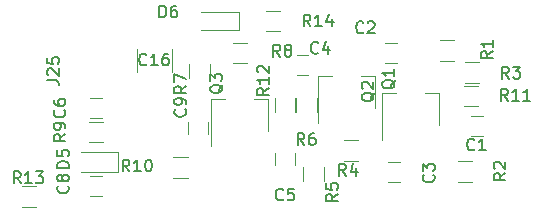
<source format=gbr>
G04 #@! TF.FileFunction,Legend,Top*
%FSLAX46Y46*%
G04 Gerber Fmt 4.6, Leading zero omitted, Abs format (unit mm)*
G04 Created by KiCad (PCBNEW 4.0.7) date 04/20/20 23:00:39*
%MOMM*%
%LPD*%
G01*
G04 APERTURE LIST*
%ADD10C,0.100000*%
%ADD11C,0.120000*%
%ADD12C,0.150000*%
G04 APERTURE END LIST*
D10*
D11*
X82500000Y-95320000D02*
X83700000Y-95320000D01*
X83700000Y-97080000D02*
X82500000Y-97080000D01*
X108704000Y-91860000D02*
X107704000Y-91860000D01*
X107704000Y-93560000D02*
X108704000Y-93560000D01*
X101650000Y-95750000D02*
X100650000Y-95750000D01*
X100650000Y-97450000D02*
X101650000Y-97450000D01*
X92798000Y-96004000D02*
X92798000Y-95004000D01*
X91098000Y-95004000D02*
X91098000Y-96004000D01*
X76446000Y-90336000D02*
X75446000Y-90336000D01*
X75446000Y-92036000D02*
X76446000Y-92036000D01*
X76446000Y-96940000D02*
X75446000Y-96940000D01*
X75446000Y-98640000D02*
X76446000Y-98640000D01*
X83750000Y-92350000D02*
X83750000Y-93350000D01*
X85450000Y-93350000D02*
X85450000Y-92350000D01*
X77846000Y-96608000D02*
X77846000Y-94908000D01*
X77846000Y-94908000D02*
X74696000Y-94908000D01*
X77846000Y-96608000D02*
X74696000Y-96608000D01*
X106280000Y-87220000D02*
X105080000Y-87220000D01*
X105080000Y-85460000D02*
X106280000Y-85460000D01*
X107750000Y-97430000D02*
X106550000Y-97430000D01*
X106550000Y-95670000D02*
X107750000Y-95670000D01*
X107200000Y-87320000D02*
X108400000Y-87320000D01*
X108400000Y-89080000D02*
X107200000Y-89080000D01*
X98100000Y-95655000D02*
X96900000Y-95655000D01*
X96900000Y-93895000D02*
X98100000Y-93895000D01*
X95205000Y-96200000D02*
X95205000Y-97400000D01*
X93445000Y-97400000D02*
X93445000Y-96200000D01*
X92870000Y-91550000D02*
X92870000Y-90350000D01*
X94630000Y-90350000D02*
X94630000Y-91550000D01*
X85580000Y-87425000D02*
X85580000Y-88625000D01*
X83820000Y-88625000D02*
X83820000Y-87425000D01*
X88700000Y-87405000D02*
X87500000Y-87405000D01*
X87500000Y-85645000D02*
X88700000Y-85645000D01*
X76546000Y-94098000D02*
X75346000Y-94098000D01*
X75346000Y-92338000D02*
X76546000Y-92338000D01*
X91532000Y-84700000D02*
X90332000Y-84700000D01*
X90332000Y-82940000D02*
X91532000Y-82940000D01*
X84852000Y-83070000D02*
X88052000Y-83070000D01*
X88052000Y-84570000D02*
X84852000Y-84570000D01*
X88052000Y-84570000D02*
X88052000Y-83070000D01*
X79395000Y-86150000D02*
X79395000Y-88150000D01*
X82355000Y-88150000D02*
X82355000Y-86150000D01*
X101450000Y-85675000D02*
X100450000Y-85675000D01*
X100450000Y-87375000D02*
X101450000Y-87375000D01*
X92925000Y-88425000D02*
X93925000Y-88425000D01*
X93925000Y-86725000D02*
X92925000Y-86725000D01*
X108296000Y-91050000D02*
X107096000Y-91050000D01*
X107096000Y-89290000D02*
X108296000Y-89290000D01*
X92828000Y-90332000D02*
X92828000Y-91532000D01*
X91068000Y-91532000D02*
X91068000Y-90332000D01*
X103775000Y-89895000D02*
X104975000Y-89895000D01*
X104975000Y-89895000D02*
X104975000Y-92595000D01*
X100175000Y-93895000D02*
X100175000Y-89895000D01*
X100175000Y-89895000D02*
X101375000Y-89895000D01*
X98350000Y-88445000D02*
X99550000Y-88445000D01*
X99550000Y-88445000D02*
X99550000Y-91145000D01*
X94750000Y-92445000D02*
X94750000Y-88445000D01*
X94750000Y-88445000D02*
X95950000Y-88445000D01*
X89300000Y-90420000D02*
X90500000Y-90420000D01*
X90500000Y-90420000D02*
X90500000Y-93120000D01*
X85700000Y-94420000D02*
X85700000Y-90420000D01*
X85700000Y-90420000D02*
X86900000Y-90420000D01*
X70900000Y-99580000D02*
X69700000Y-99580000D01*
X69700000Y-97820000D02*
X70900000Y-97820000D01*
D12*
X78757143Y-96552381D02*
X78423809Y-96076190D01*
X78185714Y-96552381D02*
X78185714Y-95552381D01*
X78566667Y-95552381D01*
X78661905Y-95600000D01*
X78709524Y-95647619D01*
X78757143Y-95742857D01*
X78757143Y-95885714D01*
X78709524Y-95980952D01*
X78661905Y-96028571D01*
X78566667Y-96076190D01*
X78185714Y-96076190D01*
X79709524Y-96552381D02*
X79138095Y-96552381D01*
X79423809Y-96552381D02*
X79423809Y-95552381D01*
X79328571Y-95695238D01*
X79233333Y-95790476D01*
X79138095Y-95838095D01*
X80328571Y-95552381D02*
X80423810Y-95552381D01*
X80519048Y-95600000D01*
X80566667Y-95647619D01*
X80614286Y-95742857D01*
X80661905Y-95933333D01*
X80661905Y-96171429D01*
X80614286Y-96361905D01*
X80566667Y-96457143D01*
X80519048Y-96504762D01*
X80423810Y-96552381D01*
X80328571Y-96552381D01*
X80233333Y-96504762D01*
X80185714Y-96457143D01*
X80138095Y-96361905D01*
X80090476Y-96171429D01*
X80090476Y-95933333D01*
X80138095Y-95742857D01*
X80185714Y-95647619D01*
X80233333Y-95600000D01*
X80328571Y-95552381D01*
X107983334Y-94682143D02*
X107935715Y-94729762D01*
X107792858Y-94777381D01*
X107697620Y-94777381D01*
X107554762Y-94729762D01*
X107459524Y-94634524D01*
X107411905Y-94539286D01*
X107364286Y-94348810D01*
X107364286Y-94205952D01*
X107411905Y-94015476D01*
X107459524Y-93920238D01*
X107554762Y-93825000D01*
X107697620Y-93777381D01*
X107792858Y-93777381D01*
X107935715Y-93825000D01*
X107983334Y-93872619D01*
X108935715Y-94777381D02*
X108364286Y-94777381D01*
X108650000Y-94777381D02*
X108650000Y-93777381D01*
X108554762Y-93920238D01*
X108459524Y-94015476D01*
X108364286Y-94063095D01*
X104507143Y-96841666D02*
X104554762Y-96889285D01*
X104602381Y-97032142D01*
X104602381Y-97127380D01*
X104554762Y-97270238D01*
X104459524Y-97365476D01*
X104364286Y-97413095D01*
X104173810Y-97460714D01*
X104030952Y-97460714D01*
X103840476Y-97413095D01*
X103745238Y-97365476D01*
X103650000Y-97270238D01*
X103602381Y-97127380D01*
X103602381Y-97032142D01*
X103650000Y-96889285D01*
X103697619Y-96841666D01*
X103602381Y-96508333D02*
X103602381Y-95889285D01*
X103983333Y-96222619D01*
X103983333Y-96079761D01*
X104030952Y-95984523D01*
X104078571Y-95936904D01*
X104173810Y-95889285D01*
X104411905Y-95889285D01*
X104507143Y-95936904D01*
X104554762Y-95984523D01*
X104602381Y-96079761D01*
X104602381Y-96365476D01*
X104554762Y-96460714D01*
X104507143Y-96508333D01*
X91781334Y-98909143D02*
X91733715Y-98956762D01*
X91590858Y-99004381D01*
X91495620Y-99004381D01*
X91352762Y-98956762D01*
X91257524Y-98861524D01*
X91209905Y-98766286D01*
X91162286Y-98575810D01*
X91162286Y-98432952D01*
X91209905Y-98242476D01*
X91257524Y-98147238D01*
X91352762Y-98052000D01*
X91495620Y-98004381D01*
X91590858Y-98004381D01*
X91733715Y-98052000D01*
X91781334Y-98099619D01*
X92686096Y-98004381D02*
X92209905Y-98004381D01*
X92162286Y-98480571D01*
X92209905Y-98432952D01*
X92305143Y-98385333D01*
X92543239Y-98385333D01*
X92638477Y-98432952D01*
X92686096Y-98480571D01*
X92733715Y-98575810D01*
X92733715Y-98813905D01*
X92686096Y-98909143D01*
X92638477Y-98956762D01*
X92543239Y-99004381D01*
X92305143Y-99004381D01*
X92209905Y-98956762D01*
X92162286Y-98909143D01*
X73255143Y-91352666D02*
X73302762Y-91400285D01*
X73350381Y-91543142D01*
X73350381Y-91638380D01*
X73302762Y-91781238D01*
X73207524Y-91876476D01*
X73112286Y-91924095D01*
X72921810Y-91971714D01*
X72778952Y-91971714D01*
X72588476Y-91924095D01*
X72493238Y-91876476D01*
X72398000Y-91781238D01*
X72350381Y-91638380D01*
X72350381Y-91543142D01*
X72398000Y-91400285D01*
X72445619Y-91352666D01*
X72350381Y-90495523D02*
X72350381Y-90686000D01*
X72398000Y-90781238D01*
X72445619Y-90828857D01*
X72588476Y-90924095D01*
X72778952Y-90971714D01*
X73159905Y-90971714D01*
X73255143Y-90924095D01*
X73302762Y-90876476D01*
X73350381Y-90781238D01*
X73350381Y-90590761D01*
X73302762Y-90495523D01*
X73255143Y-90447904D01*
X73159905Y-90400285D01*
X72921810Y-90400285D01*
X72826571Y-90447904D01*
X72778952Y-90495523D01*
X72731333Y-90590761D01*
X72731333Y-90781238D01*
X72778952Y-90876476D01*
X72826571Y-90924095D01*
X72921810Y-90971714D01*
X73557143Y-97766666D02*
X73604762Y-97814285D01*
X73652381Y-97957142D01*
X73652381Y-98052380D01*
X73604762Y-98195238D01*
X73509524Y-98290476D01*
X73414286Y-98338095D01*
X73223810Y-98385714D01*
X73080952Y-98385714D01*
X72890476Y-98338095D01*
X72795238Y-98290476D01*
X72700000Y-98195238D01*
X72652381Y-98052380D01*
X72652381Y-97957142D01*
X72700000Y-97814285D01*
X72747619Y-97766666D01*
X73080952Y-97195238D02*
X73033333Y-97290476D01*
X72985714Y-97338095D01*
X72890476Y-97385714D01*
X72842857Y-97385714D01*
X72747619Y-97338095D01*
X72700000Y-97290476D01*
X72652381Y-97195238D01*
X72652381Y-97004761D01*
X72700000Y-96909523D01*
X72747619Y-96861904D01*
X72842857Y-96814285D01*
X72890476Y-96814285D01*
X72985714Y-96861904D01*
X73033333Y-96909523D01*
X73080952Y-97004761D01*
X73080952Y-97195238D01*
X73128571Y-97290476D01*
X73176190Y-97338095D01*
X73271429Y-97385714D01*
X73461905Y-97385714D01*
X73557143Y-97338095D01*
X73604762Y-97290476D01*
X73652381Y-97195238D01*
X73652381Y-97004761D01*
X73604762Y-96909523D01*
X73557143Y-96861904D01*
X73461905Y-96814285D01*
X73271429Y-96814285D01*
X73176190Y-96861904D01*
X73128571Y-96909523D01*
X73080952Y-97004761D01*
X83482143Y-91291666D02*
X83529762Y-91339285D01*
X83577381Y-91482142D01*
X83577381Y-91577380D01*
X83529762Y-91720238D01*
X83434524Y-91815476D01*
X83339286Y-91863095D01*
X83148810Y-91910714D01*
X83005952Y-91910714D01*
X82815476Y-91863095D01*
X82720238Y-91815476D01*
X82625000Y-91720238D01*
X82577381Y-91577380D01*
X82577381Y-91482142D01*
X82625000Y-91339285D01*
X82672619Y-91291666D01*
X83577381Y-90815476D02*
X83577381Y-90625000D01*
X83529762Y-90529761D01*
X83482143Y-90482142D01*
X83339286Y-90386904D01*
X83148810Y-90339285D01*
X82767857Y-90339285D01*
X82672619Y-90386904D01*
X82625000Y-90434523D01*
X82577381Y-90529761D01*
X82577381Y-90720238D01*
X82625000Y-90815476D01*
X82672619Y-90863095D01*
X82767857Y-90910714D01*
X83005952Y-90910714D01*
X83101190Y-90863095D01*
X83148810Y-90815476D01*
X83196429Y-90720238D01*
X83196429Y-90529761D01*
X83148810Y-90434523D01*
X83101190Y-90386904D01*
X83005952Y-90339285D01*
X73652381Y-96238095D02*
X72652381Y-96238095D01*
X72652381Y-96000000D01*
X72700000Y-95857142D01*
X72795238Y-95761904D01*
X72890476Y-95714285D01*
X73080952Y-95666666D01*
X73223810Y-95666666D01*
X73414286Y-95714285D01*
X73509524Y-95761904D01*
X73604762Y-95857142D01*
X73652381Y-96000000D01*
X73652381Y-96238095D01*
X72652381Y-94761904D02*
X72652381Y-95238095D01*
X73128571Y-95285714D01*
X73080952Y-95238095D01*
X73033333Y-95142857D01*
X73033333Y-94904761D01*
X73080952Y-94809523D01*
X73128571Y-94761904D01*
X73223810Y-94714285D01*
X73461905Y-94714285D01*
X73557143Y-94761904D01*
X73604762Y-94809523D01*
X73652381Y-94904761D01*
X73652381Y-95142857D01*
X73604762Y-95238095D01*
X73557143Y-95285714D01*
X109522381Y-86386666D02*
X109046190Y-86720000D01*
X109522381Y-86958095D02*
X108522381Y-86958095D01*
X108522381Y-86577142D01*
X108570000Y-86481904D01*
X108617619Y-86434285D01*
X108712857Y-86386666D01*
X108855714Y-86386666D01*
X108950952Y-86434285D01*
X108998571Y-86481904D01*
X109046190Y-86577142D01*
X109046190Y-86958095D01*
X109522381Y-85434285D02*
X109522381Y-86005714D01*
X109522381Y-85720000D02*
X108522381Y-85720000D01*
X108665238Y-85815238D01*
X108760476Y-85910476D01*
X108808095Y-86005714D01*
X110602381Y-96691666D02*
X110126190Y-97025000D01*
X110602381Y-97263095D02*
X109602381Y-97263095D01*
X109602381Y-96882142D01*
X109650000Y-96786904D01*
X109697619Y-96739285D01*
X109792857Y-96691666D01*
X109935714Y-96691666D01*
X110030952Y-96739285D01*
X110078571Y-96786904D01*
X110126190Y-96882142D01*
X110126190Y-97263095D01*
X109697619Y-96310714D02*
X109650000Y-96263095D01*
X109602381Y-96167857D01*
X109602381Y-95929761D01*
X109650000Y-95834523D01*
X109697619Y-95786904D01*
X109792857Y-95739285D01*
X109888095Y-95739285D01*
X110030952Y-95786904D01*
X110602381Y-96358333D01*
X110602381Y-95739285D01*
X110913334Y-88692381D02*
X110580000Y-88216190D01*
X110341905Y-88692381D02*
X110341905Y-87692381D01*
X110722858Y-87692381D01*
X110818096Y-87740000D01*
X110865715Y-87787619D01*
X110913334Y-87882857D01*
X110913334Y-88025714D01*
X110865715Y-88120952D01*
X110818096Y-88168571D01*
X110722858Y-88216190D01*
X110341905Y-88216190D01*
X111246667Y-87692381D02*
X111865715Y-87692381D01*
X111532381Y-88073333D01*
X111675239Y-88073333D01*
X111770477Y-88120952D01*
X111818096Y-88168571D01*
X111865715Y-88263810D01*
X111865715Y-88501905D01*
X111818096Y-88597143D01*
X111770477Y-88644762D01*
X111675239Y-88692381D01*
X111389524Y-88692381D01*
X111294286Y-88644762D01*
X111246667Y-88597143D01*
X97108334Y-96902381D02*
X96775000Y-96426190D01*
X96536905Y-96902381D02*
X96536905Y-95902381D01*
X96917858Y-95902381D01*
X97013096Y-95950000D01*
X97060715Y-95997619D01*
X97108334Y-96092857D01*
X97108334Y-96235714D01*
X97060715Y-96330952D01*
X97013096Y-96378571D01*
X96917858Y-96426190D01*
X96536905Y-96426190D01*
X97965477Y-96235714D02*
X97965477Y-96902381D01*
X97727381Y-95854762D02*
X97489286Y-96569048D01*
X98108334Y-96569048D01*
X96427381Y-98466666D02*
X95951190Y-98800000D01*
X96427381Y-99038095D02*
X95427381Y-99038095D01*
X95427381Y-98657142D01*
X95475000Y-98561904D01*
X95522619Y-98514285D01*
X95617857Y-98466666D01*
X95760714Y-98466666D01*
X95855952Y-98514285D01*
X95903571Y-98561904D01*
X95951190Y-98657142D01*
X95951190Y-99038095D01*
X95427381Y-97561904D02*
X95427381Y-98038095D01*
X95903571Y-98085714D01*
X95855952Y-98038095D01*
X95808333Y-97942857D01*
X95808333Y-97704761D01*
X95855952Y-97609523D01*
X95903571Y-97561904D01*
X95998810Y-97514285D01*
X96236905Y-97514285D01*
X96332143Y-97561904D01*
X96379762Y-97609523D01*
X96427381Y-97704761D01*
X96427381Y-97942857D01*
X96379762Y-98038095D01*
X96332143Y-98085714D01*
X93583334Y-94302381D02*
X93250000Y-93826190D01*
X93011905Y-94302381D02*
X93011905Y-93302381D01*
X93392858Y-93302381D01*
X93488096Y-93350000D01*
X93535715Y-93397619D01*
X93583334Y-93492857D01*
X93583334Y-93635714D01*
X93535715Y-93730952D01*
X93488096Y-93778571D01*
X93392858Y-93826190D01*
X93011905Y-93826190D01*
X94440477Y-93302381D02*
X94250000Y-93302381D01*
X94154762Y-93350000D01*
X94107143Y-93397619D01*
X94011905Y-93540476D01*
X93964286Y-93730952D01*
X93964286Y-94111905D01*
X94011905Y-94207143D01*
X94059524Y-94254762D01*
X94154762Y-94302381D01*
X94345239Y-94302381D01*
X94440477Y-94254762D01*
X94488096Y-94207143D01*
X94535715Y-94111905D01*
X94535715Y-93873810D01*
X94488096Y-93778571D01*
X94440477Y-93730952D01*
X94345239Y-93683333D01*
X94154762Y-93683333D01*
X94059524Y-93730952D01*
X94011905Y-93778571D01*
X93964286Y-93873810D01*
X83577381Y-89316666D02*
X83101190Y-89650000D01*
X83577381Y-89888095D02*
X82577381Y-89888095D01*
X82577381Y-89507142D01*
X82625000Y-89411904D01*
X82672619Y-89364285D01*
X82767857Y-89316666D01*
X82910714Y-89316666D01*
X83005952Y-89364285D01*
X83053571Y-89411904D01*
X83101190Y-89507142D01*
X83101190Y-89888095D01*
X82577381Y-88983333D02*
X82577381Y-88316666D01*
X83577381Y-88745238D01*
X91533334Y-86827381D02*
X91200000Y-86351190D01*
X90961905Y-86827381D02*
X90961905Y-85827381D01*
X91342858Y-85827381D01*
X91438096Y-85875000D01*
X91485715Y-85922619D01*
X91533334Y-86017857D01*
X91533334Y-86160714D01*
X91485715Y-86255952D01*
X91438096Y-86303571D01*
X91342858Y-86351190D01*
X90961905Y-86351190D01*
X92104762Y-86255952D02*
X92009524Y-86208333D01*
X91961905Y-86160714D01*
X91914286Y-86065476D01*
X91914286Y-86017857D01*
X91961905Y-85922619D01*
X92009524Y-85875000D01*
X92104762Y-85827381D01*
X92295239Y-85827381D01*
X92390477Y-85875000D01*
X92438096Y-85922619D01*
X92485715Y-86017857D01*
X92485715Y-86065476D01*
X92438096Y-86160714D01*
X92390477Y-86208333D01*
X92295239Y-86255952D01*
X92104762Y-86255952D01*
X92009524Y-86303571D01*
X91961905Y-86351190D01*
X91914286Y-86446429D01*
X91914286Y-86636905D01*
X91961905Y-86732143D01*
X92009524Y-86779762D01*
X92104762Y-86827381D01*
X92295239Y-86827381D01*
X92390477Y-86779762D01*
X92438096Y-86732143D01*
X92485715Y-86636905D01*
X92485715Y-86446429D01*
X92438096Y-86351190D01*
X92390477Y-86303571D01*
X92295239Y-86255952D01*
X73350381Y-93384666D02*
X72874190Y-93718000D01*
X73350381Y-93956095D02*
X72350381Y-93956095D01*
X72350381Y-93575142D01*
X72398000Y-93479904D01*
X72445619Y-93432285D01*
X72540857Y-93384666D01*
X72683714Y-93384666D01*
X72778952Y-93432285D01*
X72826571Y-93479904D01*
X72874190Y-93575142D01*
X72874190Y-93956095D01*
X73350381Y-92908476D02*
X73350381Y-92718000D01*
X73302762Y-92622761D01*
X73255143Y-92575142D01*
X73112286Y-92479904D01*
X72921810Y-92432285D01*
X72540857Y-92432285D01*
X72445619Y-92479904D01*
X72398000Y-92527523D01*
X72350381Y-92622761D01*
X72350381Y-92813238D01*
X72398000Y-92908476D01*
X72445619Y-92956095D01*
X72540857Y-93003714D01*
X72778952Y-93003714D01*
X72874190Y-92956095D01*
X72921810Y-92908476D01*
X72969429Y-92813238D01*
X72969429Y-92622761D01*
X72921810Y-92527523D01*
X72874190Y-92479904D01*
X72778952Y-92432285D01*
X94099143Y-84272381D02*
X93765809Y-83796190D01*
X93527714Y-84272381D02*
X93527714Y-83272381D01*
X93908667Y-83272381D01*
X94003905Y-83320000D01*
X94051524Y-83367619D01*
X94099143Y-83462857D01*
X94099143Y-83605714D01*
X94051524Y-83700952D01*
X94003905Y-83748571D01*
X93908667Y-83796190D01*
X93527714Y-83796190D01*
X95051524Y-84272381D02*
X94480095Y-84272381D01*
X94765809Y-84272381D02*
X94765809Y-83272381D01*
X94670571Y-83415238D01*
X94575333Y-83510476D01*
X94480095Y-83558095D01*
X95908667Y-83605714D02*
X95908667Y-84272381D01*
X95670571Y-83224762D02*
X95432476Y-83939048D01*
X96051524Y-83939048D01*
X81303905Y-83510381D02*
X81303905Y-82510381D01*
X81542000Y-82510381D01*
X81684858Y-82558000D01*
X81780096Y-82653238D01*
X81827715Y-82748476D01*
X81875334Y-82938952D01*
X81875334Y-83081810D01*
X81827715Y-83272286D01*
X81780096Y-83367524D01*
X81684858Y-83462762D01*
X81542000Y-83510381D01*
X81303905Y-83510381D01*
X82732477Y-82510381D02*
X82542000Y-82510381D01*
X82446762Y-82558000D01*
X82399143Y-82605619D01*
X82303905Y-82748476D01*
X82256286Y-82938952D01*
X82256286Y-83319905D01*
X82303905Y-83415143D01*
X82351524Y-83462762D01*
X82446762Y-83510381D01*
X82637239Y-83510381D01*
X82732477Y-83462762D01*
X82780096Y-83415143D01*
X82827715Y-83319905D01*
X82827715Y-83081810D01*
X82780096Y-82986571D01*
X82732477Y-82938952D01*
X82637239Y-82891333D01*
X82446762Y-82891333D01*
X82351524Y-82938952D01*
X82303905Y-82986571D01*
X82256286Y-83081810D01*
X80212143Y-87487143D02*
X80164524Y-87534762D01*
X80021667Y-87582381D01*
X79926429Y-87582381D01*
X79783571Y-87534762D01*
X79688333Y-87439524D01*
X79640714Y-87344286D01*
X79593095Y-87153810D01*
X79593095Y-87010952D01*
X79640714Y-86820476D01*
X79688333Y-86725238D01*
X79783571Y-86630000D01*
X79926429Y-86582381D01*
X80021667Y-86582381D01*
X80164524Y-86630000D01*
X80212143Y-86677619D01*
X81164524Y-87582381D02*
X80593095Y-87582381D01*
X80878809Y-87582381D02*
X80878809Y-86582381D01*
X80783571Y-86725238D01*
X80688333Y-86820476D01*
X80593095Y-86868095D01*
X82021667Y-86582381D02*
X81831190Y-86582381D01*
X81735952Y-86630000D01*
X81688333Y-86677619D01*
X81593095Y-86820476D01*
X81545476Y-87010952D01*
X81545476Y-87391905D01*
X81593095Y-87487143D01*
X81640714Y-87534762D01*
X81735952Y-87582381D01*
X81926429Y-87582381D01*
X82021667Y-87534762D01*
X82069286Y-87487143D01*
X82116905Y-87391905D01*
X82116905Y-87153810D01*
X82069286Y-87058571D01*
X82021667Y-87010952D01*
X81926429Y-86963333D01*
X81735952Y-86963333D01*
X81640714Y-87010952D01*
X81593095Y-87058571D01*
X81545476Y-87153810D01*
X98573334Y-84757143D02*
X98525715Y-84804762D01*
X98382858Y-84852381D01*
X98287620Y-84852381D01*
X98144762Y-84804762D01*
X98049524Y-84709524D01*
X98001905Y-84614286D01*
X97954286Y-84423810D01*
X97954286Y-84280952D01*
X98001905Y-84090476D01*
X98049524Y-83995238D01*
X98144762Y-83900000D01*
X98287620Y-83852381D01*
X98382858Y-83852381D01*
X98525715Y-83900000D01*
X98573334Y-83947619D01*
X98954286Y-83947619D02*
X99001905Y-83900000D01*
X99097143Y-83852381D01*
X99335239Y-83852381D01*
X99430477Y-83900000D01*
X99478096Y-83947619D01*
X99525715Y-84042857D01*
X99525715Y-84138095D01*
X99478096Y-84280952D01*
X98906667Y-84852381D01*
X99525715Y-84852381D01*
X94758334Y-86482143D02*
X94710715Y-86529762D01*
X94567858Y-86577381D01*
X94472620Y-86577381D01*
X94329762Y-86529762D01*
X94234524Y-86434524D01*
X94186905Y-86339286D01*
X94139286Y-86148810D01*
X94139286Y-86005952D01*
X94186905Y-85815476D01*
X94234524Y-85720238D01*
X94329762Y-85625000D01*
X94472620Y-85577381D01*
X94567858Y-85577381D01*
X94710715Y-85625000D01*
X94758334Y-85672619D01*
X95615477Y-85910714D02*
X95615477Y-86577381D01*
X95377381Y-85529762D02*
X95139286Y-86244048D01*
X95758334Y-86244048D01*
X110797143Y-90562381D02*
X110463809Y-90086190D01*
X110225714Y-90562381D02*
X110225714Y-89562381D01*
X110606667Y-89562381D01*
X110701905Y-89610000D01*
X110749524Y-89657619D01*
X110797143Y-89752857D01*
X110797143Y-89895714D01*
X110749524Y-89990952D01*
X110701905Y-90038571D01*
X110606667Y-90086190D01*
X110225714Y-90086190D01*
X111749524Y-90562381D02*
X111178095Y-90562381D01*
X111463809Y-90562381D02*
X111463809Y-89562381D01*
X111368571Y-89705238D01*
X111273333Y-89800476D01*
X111178095Y-89848095D01*
X112701905Y-90562381D02*
X112130476Y-90562381D01*
X112416190Y-90562381D02*
X112416190Y-89562381D01*
X112320952Y-89705238D01*
X112225714Y-89800476D01*
X112130476Y-89848095D01*
X90577381Y-89492857D02*
X90101190Y-89826191D01*
X90577381Y-90064286D02*
X89577381Y-90064286D01*
X89577381Y-89683333D01*
X89625000Y-89588095D01*
X89672619Y-89540476D01*
X89767857Y-89492857D01*
X89910714Y-89492857D01*
X90005952Y-89540476D01*
X90053571Y-89588095D01*
X90101190Y-89683333D01*
X90101190Y-90064286D01*
X90577381Y-88540476D02*
X90577381Y-89111905D01*
X90577381Y-88826191D02*
X89577381Y-88826191D01*
X89720238Y-88921429D01*
X89815476Y-89016667D01*
X89863095Y-89111905D01*
X89672619Y-88159524D02*
X89625000Y-88111905D01*
X89577381Y-88016667D01*
X89577381Y-87778571D01*
X89625000Y-87683333D01*
X89672619Y-87635714D01*
X89767857Y-87588095D01*
X89863095Y-87588095D01*
X90005952Y-87635714D01*
X90577381Y-88207143D01*
X90577381Y-87588095D01*
X101272619Y-88795238D02*
X101225000Y-88890476D01*
X101129762Y-88985714D01*
X100986905Y-89128571D01*
X100939286Y-89223810D01*
X100939286Y-89319048D01*
X101177381Y-89271429D02*
X101129762Y-89366667D01*
X101034524Y-89461905D01*
X100844048Y-89509524D01*
X100510714Y-89509524D01*
X100320238Y-89461905D01*
X100225000Y-89366667D01*
X100177381Y-89271429D01*
X100177381Y-89080952D01*
X100225000Y-88985714D01*
X100320238Y-88890476D01*
X100510714Y-88842857D01*
X100844048Y-88842857D01*
X101034524Y-88890476D01*
X101129762Y-88985714D01*
X101177381Y-89080952D01*
X101177381Y-89271429D01*
X101177381Y-87890476D02*
X101177381Y-88461905D01*
X101177381Y-88176191D02*
X100177381Y-88176191D01*
X100320238Y-88271429D01*
X100415476Y-88366667D01*
X100463095Y-88461905D01*
X99522619Y-89870238D02*
X99475000Y-89965476D01*
X99379762Y-90060714D01*
X99236905Y-90203571D01*
X99189286Y-90298810D01*
X99189286Y-90394048D01*
X99427381Y-90346429D02*
X99379762Y-90441667D01*
X99284524Y-90536905D01*
X99094048Y-90584524D01*
X98760714Y-90584524D01*
X98570238Y-90536905D01*
X98475000Y-90441667D01*
X98427381Y-90346429D01*
X98427381Y-90155952D01*
X98475000Y-90060714D01*
X98570238Y-89965476D01*
X98760714Y-89917857D01*
X99094048Y-89917857D01*
X99284524Y-89965476D01*
X99379762Y-90060714D01*
X99427381Y-90155952D01*
X99427381Y-90346429D01*
X98522619Y-89536905D02*
X98475000Y-89489286D01*
X98427381Y-89394048D01*
X98427381Y-89155952D01*
X98475000Y-89060714D01*
X98522619Y-89013095D01*
X98617857Y-88965476D01*
X98713095Y-88965476D01*
X98855952Y-89013095D01*
X99427381Y-89584524D01*
X99427381Y-88965476D01*
X86697619Y-89195238D02*
X86650000Y-89290476D01*
X86554762Y-89385714D01*
X86411905Y-89528571D01*
X86364286Y-89623810D01*
X86364286Y-89719048D01*
X86602381Y-89671429D02*
X86554762Y-89766667D01*
X86459524Y-89861905D01*
X86269048Y-89909524D01*
X85935714Y-89909524D01*
X85745238Y-89861905D01*
X85650000Y-89766667D01*
X85602381Y-89671429D01*
X85602381Y-89480952D01*
X85650000Y-89385714D01*
X85745238Y-89290476D01*
X85935714Y-89242857D01*
X86269048Y-89242857D01*
X86459524Y-89290476D01*
X86554762Y-89385714D01*
X86602381Y-89480952D01*
X86602381Y-89671429D01*
X85602381Y-88909524D02*
X85602381Y-88290476D01*
X85983333Y-88623810D01*
X85983333Y-88480952D01*
X86030952Y-88385714D01*
X86078571Y-88338095D01*
X86173810Y-88290476D01*
X86411905Y-88290476D01*
X86507143Y-88338095D01*
X86554762Y-88385714D01*
X86602381Y-88480952D01*
X86602381Y-88766667D01*
X86554762Y-88861905D01*
X86507143Y-88909524D01*
X71812381Y-88834523D02*
X72526667Y-88834523D01*
X72669524Y-88882143D01*
X72764762Y-88977381D01*
X72812381Y-89120238D01*
X72812381Y-89215476D01*
X71907619Y-88405952D02*
X71860000Y-88358333D01*
X71812381Y-88263095D01*
X71812381Y-88024999D01*
X71860000Y-87929761D01*
X71907619Y-87882142D01*
X72002857Y-87834523D01*
X72098095Y-87834523D01*
X72240952Y-87882142D01*
X72812381Y-88453571D01*
X72812381Y-87834523D01*
X71812381Y-86929761D02*
X71812381Y-87405952D01*
X72288571Y-87453571D01*
X72240952Y-87405952D01*
X72193333Y-87310714D01*
X72193333Y-87072618D01*
X72240952Y-86977380D01*
X72288571Y-86929761D01*
X72383810Y-86882142D01*
X72621905Y-86882142D01*
X72717143Y-86929761D01*
X72764762Y-86977380D01*
X72812381Y-87072618D01*
X72812381Y-87310714D01*
X72764762Y-87405952D01*
X72717143Y-87453571D01*
X69557143Y-97552381D02*
X69223809Y-97076190D01*
X68985714Y-97552381D02*
X68985714Y-96552381D01*
X69366667Y-96552381D01*
X69461905Y-96600000D01*
X69509524Y-96647619D01*
X69557143Y-96742857D01*
X69557143Y-96885714D01*
X69509524Y-96980952D01*
X69461905Y-97028571D01*
X69366667Y-97076190D01*
X68985714Y-97076190D01*
X70509524Y-97552381D02*
X69938095Y-97552381D01*
X70223809Y-97552381D02*
X70223809Y-96552381D01*
X70128571Y-96695238D01*
X70033333Y-96790476D01*
X69938095Y-96838095D01*
X70842857Y-96552381D02*
X71461905Y-96552381D01*
X71128571Y-96933333D01*
X71271429Y-96933333D01*
X71366667Y-96980952D01*
X71414286Y-97028571D01*
X71461905Y-97123810D01*
X71461905Y-97361905D01*
X71414286Y-97457143D01*
X71366667Y-97504762D01*
X71271429Y-97552381D01*
X70985714Y-97552381D01*
X70890476Y-97504762D01*
X70842857Y-97457143D01*
M02*

</source>
